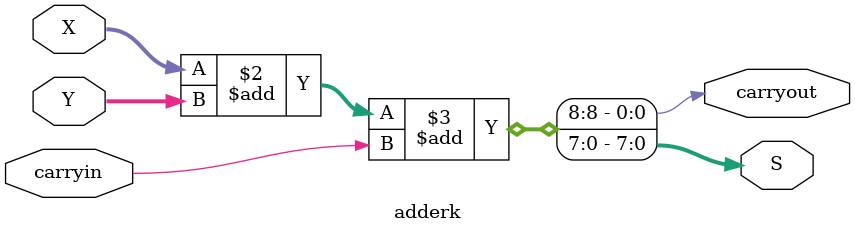
<source format=v>

module addersubtractor (A, B, Clock, Reset, Sel, AddSub, Z, Overflow);
	parameter n = 16;
	input [n-1:0] A, B;
	input Clock, Reset, Sel, AddSub;
	output [n-1:0] Z;
	output Overflow;
	reg SelR, AddSubR, Overflow;
	reg [n-1:0] Areg, Breg, Zreg;
	wire [n-1:0] G, H, M, Z;
	wire carryout, over_flow;
	
// Define combinational logic circuit	
	assign H = Breg ^ {n{AddSubR}};	
	mux2to1 multiplexer (Areg, Z, SelR, G);
		defparam multiplexer.k = n;
	adderk nbit_adder (AddSubR, G, H, M, carryout);
		defparam nbit_adder.k = n;
	assign over_flow = carryout ^ G[n-1] ^ H[n-1] ^ M[n-1];
	assign Z = Zreg;

// Define flip-flops and registers	
	always @(posedge Reset or posedge Clock)
		if (Reset == 1)
		begin
		   Areg <= 0;  Breg <= 0;  Zreg <= 0;
		   SelR <= 0;  AddSubR <= 0;  Overflow <= 0;
		end
		else
		begin
		   Areg <= A;  Breg <= B;  Zreg <= M;
		   SelR <= Sel;  AddSubR <= AddSub;  Overflow <= over_flow;
		end
endmodule

// k-bit 2-to-1 multiplexer
module mux2to1 (V, W, Sel, F);
	parameter k = 8;
	input [k-1:0] V, W;
	input Sel;
	output [k-1:0] F;
	reg [k-1:0] F;
	
	always @(V or W or Sel)
		if (Sel == 0)
			F = V;
		else
			F = W;
endmodule

// k-bit adder
module adderk (carryin, X, Y, S, carryout);
	parameter k = 8;
	input carryin;
	input [k-1:0] X, Y;
	output [k-1:0] S;
	output carryout;
	reg [k-1:0] S;
	reg carryout;
	
	always @(X or Y or carryin)
		{carryout, S} = X + Y + carryin;
endmodule






		
		


</source>
